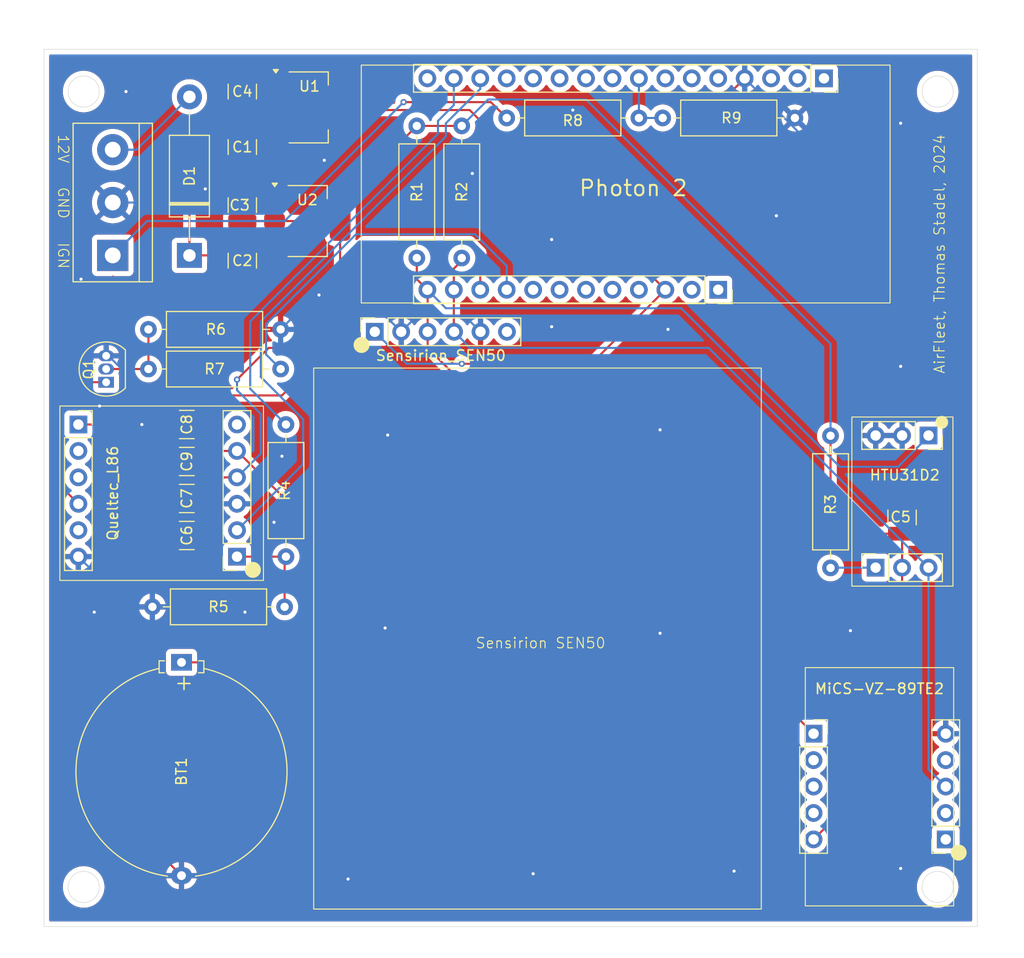
<source format=kicad_pcb>
(kicad_pcb (version 20240108) (generator "pcbnew") (generator_version "8.0")
  (title_block (comment 4 "AISLER Project ID: TTNDBYYK"))
  (layers (0 "F.Cu" signal) (31 "B.Cu" signal) (34 "B.Paste" user) (35 "F.Paste" user) (36 "B.SilkS" user "B.Silkscreen") (37 "F.SilkS" user "F.Silkscreen") (38 "B.Mask" user) (39 "F.Mask" user) (44 "Edge.Cuts" user))
  (net 0 "")
  (net 1 "Net-(D1-K)")
  (net 2 "GND")
  (net 3 "3V3")
  (net 4 "5V")
  (net 5 "Net-(D1-A)")
  (net 21 "VIN_REF")
  (net 26 "SCL")
  (net 27 "SDA")
  (net 28 "P2_RX")
  (net 29 "P2_TX")
  (net 36 "Net-(HTU31D1-Pin_1)")
  (net 38 "Net-(BT1-+)")
  (net 39 "L86_FON")
  (net 40 "L86_RESET")
  (net 41 "Net-(J5-Pin_4)")
  (net 45 "Net-(Q1-B)")
  (net 47 "Net-(Queltec_L86-Pin_1)")
  (net 48 "Net-(J1-Pin_1)")
  (footprint "TerminalBlock:TerminalBlock_bornier-3_P5.08mm" (layer "F.Cu") (at 40.894 69.088 90)
    (property "Reference" "J1" (hide yes))
    (property "Value" "Screw_Terminal_01x03" (hide yes))
    (pad "1" thru_hole rect (at 0 0 90) (size 3 3) (drill 1.52) (layers "*.Cu" "*.Mask") (net 48 "Net-(J1-Pin_1)"))
    (pad "2" thru_hole circle (at 5.08 0 90) (size 3 3) (drill 1.52) (layers "*.Cu" "*.Mask") (net 2 "GND"))
    (pad "3" thru_hole circle (at 10.16 0 90) (size 3 3) (drill 1.52) (layers "*.Cu" "*.Mask") (net 5 "Net-(D1-A)"))
  )
  (footprint "Resistor_THT:R_Axial_DIN0309_L9.0mm_D3.2mm_P12.70mm_Horizontal" (layer "F.Cu") (at 91.44 55.88 180)
    (property "Reference" "R8" (at 6.35 -0.254 0) (layer "F.SilkS"))
    (property "Value" "20K")
    (pad "1" thru_hole circle (at 0 0 180) (size 1.6 1.6) (drill 0.8) (layers "*.Cu" "*.Mask") (net 21 "VIN_REF"))
    (pad "2" thru_hole oval (at 12.7 0 180) (size 1.6 1.6) (drill 0.8) (layers "*.Cu" "*.Mask") (net 48 "Net-(J1-Pin_1)"))
  )
  (footprint "Capacitor_SMD:C_1210_3225Metric_Pad1.33x2.70mm_HandSolder" (layer "F.Cu") (at 48.006 88.9 180)
    (property "Reference" "C9" (at 0 0 90) (layer "F.SilkS"))
    (property "Value" "10uF")
    (pad "1" smd roundrect (at -1.5625 0 180) (size 1.325 2.7) (layers "F.Cu" "F.Paste" "F.Mask") (roundrect_rratio 0.188679) (net 38 "Net-(BT1-+)"))
    (pad "2" smd roundrect (at 1.5625 0 180) (size 1.325 2.7) (layers "F.Cu" "F.Paste" "F.Mask") (roundrect_rratio 0.188679) (net 2 "GND"))
  )
  (footprint "Capacitor_SMD:C_1210_3225Metric_Pad1.33x2.70mm_HandSolder" (layer "F.Cu") (at 53.34 69.596 -90)
    (property "Reference" "C2" (at 0 0 180) (layer "F.SilkS"))
    (property "Value" "10uF")
    (pad "1" smd roundrect (at -1.5625 0 270) (size 1.325 2.7) (layers "F.Cu" "F.Paste" "F.Mask") (roundrect_rratio 0.188679) (net 1 "Net-(D1-K)"))
    (pad "2" smd roundrect (at 1.5625 0 270) (size 1.325 2.7) (layers "F.Cu" "F.Paste" "F.Mask") (roundrect_rratio 0.188679) (net 2 "GND"))
  )
  (footprint "Connector_PinSocket_2.54mm:PinSocket_1x03_P2.54mm_Vertical" (layer "F.Cu") (at 114.184459 99.1 90)
    (property "Reference" "HTU31D1" (hide yes))
    (property "Value" "Conn_01x03_Socket")
    (pad "1" thru_hole rect (at 0 0 90) (size 1.7 1.7) (drill 1) (layers "*.Cu" "*.Mask") (net 36 "Net-(HTU31D1-Pin_1)"))
    (pad "2" thru_hole oval (at 0 2.54 90) (size 1.7 1.7) (drill 1) (layers "*.Cu" "*.Mask") (net 3 "3V3"))
    (pad "3" thru_hole oval (at 0 5.08 90) (size 1.7 1.7) (drill 1) (layers "*.Cu" "*.Mask") (net 26 "SCL"))
  )
  (footprint "Resistor_THT:R_Axial_DIN0309_L9.0mm_D3.2mm_P12.70mm_Horizontal" (layer "F.Cu") (at 106.426 55.88 180)
    (property "Reference" "R9" (at 6.096 0 0) (layer "F.SilkS"))
    (property "Value" "5K")
    (pad "1" thru_hole circle (at 0 0 180) (size 1.6 1.6) (drill 0.8) (layers "*.Cu" "*.Mask") (net 2 "GND"))
    (pad "2" thru_hole oval (at 12.7 0 180) (size 1.6 1.6) (drill 0.8) (layers "*.Cu" "*.Mask") (net 21 "VIN_REF"))
  )
  (footprint "Capacitor_SMD:C_1210_3225Metric_Pad1.33x2.70mm_HandSolder" (layer "F.Cu") (at 53.34 58.674 -90)
    (property "Reference" "C1" (at 0 0 180) (layer "F.SilkS"))
    (property "Value" "10uF")
    (pad "1" smd roundrect (at -1.5625 0 270) (size 1.325 2.7) (layers "F.Cu" "F.Paste" "F.Mask") (roundrect_rratio 0.188679) (net 1 "Net-(D1-K)"))
    (pad "2" smd roundrect (at 1.5625 0 270) (size 1.325 2.7) (layers "F.Cu" "F.Paste" "F.Mask") (roundrect_rratio 0.188679) (net 2 "GND"))
  )
  (footprint "Connector_PinSocket_2.54mm:PinSocket_1x05_P2.54mm_Vertical" (layer "F.Cu") (at 120.919 125.222 180)
    (property "Reference" "MiCS-VZ-89TE1" (hide yes))
    (property "Value" "Conn_01x05_Socket")
    (pad "1" thru_hole rect (at 0 0 180) (size 1.7 1.7) (drill 1) (layers "*.Cu" "*.Mask"))
    (pad "2" thru_hole oval (at 0 2.54 180) (size 1.7 1.7) (drill 1) (layers "*.Cu" "*.Mask"))
    (pad "3" thru_hole oval (at 0 5.08 180) (size 1.7 1.7) (drill 1) (layers "*.Cu" "*.Mask") (net 26 "SCL"))
    (pad "4" thru_hole oval (at 0 7.62 180) (size 1.7 1.7) (drill 1) (layers "*.Cu" "*.Mask"))
    (pad "5" thru_hole oval (at 0 10.16 180) (size 1.7 1.7) (drill 1) (layers "*.Cu" "*.Mask") (net 2 "GND"))
  )
  (footprint "Resistor_THT:R_Axial_DIN0309_L9.0mm_D3.2mm_P12.70mm_Horizontal" (layer "F.Cu") (at 57.404 102.87 180)
    (property "Reference" "R5" (at 6.35 0 0) (layer "F.SilkS"))
    (property "Value" "6K8")
    (pad "1" thru_hole circle (at 0 0 180) (size 1.6 1.6) (drill 0.8) (layers "*.Cu" "*.Mask") (net 47 "Net-(Queltec_L86-Pin_1)"))
    (pad "2" thru_hole oval (at 12.7 0 180) (size 1.6 1.6) (drill 0.8) (layers "*.Cu" "*.Mask") (net 2 "GND"))
  )
  (footprint "Diode_THT:D_DO-15_P15.24mm_Horizontal" (layer "F.Cu") (at 48.26 69.088 90)
    (property "Reference" "D1" (at 7.62 0 90) (layer "F.SilkS"))
    (property "Value" "1N4007")
    (pad "1" thru_hole rect (at 0 0 90) (size 2.4 2.4) (drill 1.2) (layers "*.Cu" "*.Mask") (net 1 "Net-(D1-K)"))
    (pad "2" thru_hole oval (at 15.24 0 90) (size 2.4 2.4) (drill 1.2) (layers "*.Cu" "*.Mask") (net 5 "Net-(D1-A)"))
  )
  (footprint "Connector_PinSocket_2.54mm:PinSocket_1x06_P2.54mm_Vertical" (layer "F.Cu") (at 37.592 85.344)
    (property "Reference" "J5" (hide yes))
    (property "Value" "Conn_01x06_Socket")
    (pad "1" thru_hole rect (at 0 0) (size 1.7 1.7) (drill 1) (layers "*.Cu" "*.Mask") (net 39 "L86_FON"))
    (pad "2" thru_hole oval (at 0 2.54) (size 1.7 1.7) (drill 1) (layers "*.Cu" "*.Mask"))
    (pad "3" thru_hole oval (at 0 5.08) (size 1.7 1.7) (drill 1) (layers "*.Cu" "*.Mask"))
    (pad "4" thru_hole oval (at 0 7.62) (size 1.7 1.7) (drill 1) (layers "*.Cu" "*.Mask") (net 41 "Net-(J5-Pin_4)"))
    (pad "5" thru_hole oval (at 0 10.16) (size 1.7 1.7) (drill 1) (layers "*.Cu" "*.Mask"))
    (pad "6" thru_hole oval (at 0 12.7) (size 1.7 1.7) (drill 1) (layers "*.Cu" "*.Mask") (net 2 "GND"))
  )
  (footprint "Capacitor_SMD:C_1210_3225Metric_Pad1.33x2.70mm_HandSolder" (layer "F.Cu") (at 48.006 96.012 180)
    (property "Reference" "C6" (at 0 0 90) (layer "F.SilkS"))
    (property "Value" "10uF")
    (pad "1" smd roundrect (at -1.5625 0 180) (size 1.325 2.7) (layers "F.Cu" "F.Paste" "F.Mask") (roundrect_rratio 0.188679) (net 3 "3V3"))
    (pad "2" smd roundrect (at 1.5625 0 180) (size 1.325 2.7) (layers "F.Cu" "F.Paste" "F.Mask") (roundrect_rratio 0.188679) (net 2 "GND"))
  )
  (footprint "Capacitor_SMD:C_1210_3225Metric_Pad1.33x2.70mm_HandSolder" (layer "F.Cu") (at 48.006 92.456 180)
    (property "Reference" "C7" (at 0 0 90) (layer "F.SilkS"))
    (property "Value" "100nF")
    (pad "1" smd roundrect (at -1.5625 0 180) (size 1.325 2.7) (layers "F.Cu" "F.Paste" "F.Mask") (roundrect_rratio 0.188679) (net 3 "3V3"))
    (pad "2" smd roundrect (at 1.5625 0 180) (size 1.325 2.7) (layers "F.Cu" "F.Paste" "F.Mask") (roundrect_rratio 0.188679) (net 2 "GND"))
  )
  (footprint "Connector_PinSocket_2.54mm:PinSocket_1x12_P2.54mm_Vertical" (layer "F.Cu") (at 99.06 72.39 -90)
    (property "Reference" "J2" (hide yes))
    (property "Value" "Conn_01x12_Socket")
    (pad "1" thru_hole rect (at 0 0 270) (size 1.7 1.7) (drill 1) (layers "*.Cu" "*.Mask"))
    (pad "2" thru_hole oval (at 0 2.54 270) (size 1.7 1.7) (drill 1) (layers "*.Cu" "*.Mask"))
    (pad "3" thru_hole oval (at 0 5.08 270) (size 1.7 1.7) (drill 1) (layers "*.Cu" "*.Mask") (net 4 "5V"))
    (pad "4" thru_hole oval (at 0 7.62 270) (size 1.7 1.7) (drill 1) (layers "*.Cu" "*.Mask"))
    (pad "5" thru_hole oval (at 0 10.16 270) (size 1.7 1.7) (drill 1) (layers "*.Cu" "*.Mask"))
    (pad "6" thru_hole oval (at 0 12.7 270) (size 1.7 1.7) (drill 1) (layers "*.Cu" "*.Mask"))
    (pad "7" thru_hole oval (at 0 15.24 270) (size 1.7 1.7) (drill 1) (layers "*.Cu" "*.Mask"))
    (pad "8" thru_hole oval (at 0 17.78 270) (size 1.7 1.7) (drill 1) (layers "*.Cu" "*.Mask"))
    (pad "9" thru_hole oval (at 0 20.32 270) (size 1.7 1.7) (drill 1) (layers "*.Cu" "*.Mask") (net 40 "L86_RESET"))
    (pad "10" thru_hole oval (at 0 22.86 270) (size 1.7 1.7) (drill 1) (layers "*.Cu" "*.Mask") (net 39 "L86_FON"))
    (pad "11" thru_hole oval (at 0 25.4 270) (size 1.7 1.7) (drill 1) (layers "*.Cu" "*.Mask") (net 26 "SCL"))
    (pad "12" thru_hole oval (at 0 27.94 270) (size 1.7 1.7) (drill 1) (layers "*.Cu" "*.Mask") (net 27 "SDA"))
  )
  (footprint "Connector_PinSocket_2.54mm:PinSocket_1x16_P2.54mm_Vertical" (layer "F.Cu") (at 109.22 52.07 -90)
    (property "Reference" "J3" (hide yes))
    (property "Value" "Conn_01x16_Socket")
    (pad "1" thru_hole rect (at 0 0 270) (size 1.7 1.7) (drill 1) (layers "*.Cu" "*.Mask"))
    (pad "2" thru_hole oval (at 0 2.54 270) (size 1.7 1.7) (drill 1) (layers "*.Cu" "*.Mask"))
    (pad "3" thru_hole oval (at 0 5.08 270) (size 1.7 1.7) (drill 1) (layers "*.Cu" "*.Mask"))
    (pad "4" thru_hole oval (at 0 7.62 270) (size 1.7 1.7) (drill 1) (layers "*.Cu" "*.Mask") (net 2 "GND"))
    (pad "5" thru_hole oval (at 0 10.16 270) (size 1.7 1.7) (drill 1) (layers "*.Cu" "*.Mask"))
    (pad "6" thru_hole oval (at 0 12.7 270) (size 1.7 1.7) (drill 1) (layers "*.Cu" "*.Mask"))
    (pad "7" thru_hole oval (at 0 15.24 270) (size 1.7 1.7) (drill 1) (layers "*.Cu" "*.Mask"))
    (pad "8" thru_hole oval (at 0 17.78 270) (size 1.7 1.7) (drill 1) (layers "*.Cu" "*.Mask") (net 21 "VIN_REF"))
    (pad "9" thru_hole oval (at 0 20.32 270) (size 1.7 1.7) (drill 1) (layers "*.Cu" "*.Mask"))
    (pad "10" thru_hole oval (at 0 22.86 270) (size 1.7 1.7) (drill 1) (layers "*.Cu" "*.Mask"))
    (pad "11" thru_hole oval (at 0 25.4 270) (size 1.7 1.7) (drill 1) (layers "*.Cu" "*.Mask"))
    (pad "12" thru_hole oval (at 0 27.94 270) (size 1.7 1.7) (drill 1) (layers "*.Cu" "*.Mask"))
    (pad "13" thru_hole oval (at 0 30.48 270) (size 1.7 1.7) (drill 1) (layers "*.Cu" "*.Mask"))
    (pad "14" thru_hole oval (at 0 33.02 270) (size 1.7 1.7) (drill 1) (layers "*.Cu" "*.Mask") (net 28 "P2_RX"))
    (pad "15" thru_hole oval (at 0 35.56 270) (size 1.7 1.7) (drill 1) (layers "*.Cu" "*.Mask") (net 29 "P2_TX"))
    (pad "16" thru_hole oval (at 0 38.1 270) (size 1.7 1.7) (drill 1) (layers "*.Cu" "*.Mask"))
  )
  (footprint "Capacitor_SMD:C_1210_3225Metric_Pad1.33x2.70mm_HandSolder" (layer "F.Cu") (at 116.724459 94.274 90)
    (property "Reference" "C5" (at 0.04 -0.138459 180) (layer "F.SilkS"))
    (property "Value" "100nF")
    (pad "1" smd roundrect (at -1.5625 0 90) (size 1.325 2.7) (layers "F.Cu" "F.Paste" "F.Mask") (roundrect_rratio 0.188679) (net 3 "3V3"))
    (pad "2" smd roundrect (at 1.5625 0 90) (size 1.325 2.7) (layers "F.Cu" "F.Paste" "F.Mask") (roundrect_rratio 0.188679) (net 2 "GND"))
  )
  (footprint "Connector_PinSocket_2.54mm:PinSocket_1x06_P2.54mm_Vertical" (layer "F.Cu") (at 52.832 98.044 180)
    (property "Reference" "Queltec_L86" (at 11.938 6.096 90) (layer "F.SilkS"))
    (property "Value" "Queltec_L86")
    (pad "1" thru_hole rect (at 0 0 180) (size 1.7 1.7) (drill 1) (layers "*.Cu" "*.Mask") (net 47 "Net-(Queltec_L86-Pin_1)"))
    (pad "2" thru_hole oval (at 0 2.54 180) (size 1.7 1.7) (drill 1) (layers "*.Cu" "*.Mask") (net 28 "P2_RX"))
    (pad "3" thru_hole oval (at 0 5.08 180) (size 1.7 1.7) (drill 1) (layers "*.Cu" "*.Mask") (net 2 "GND"))
    (pad "4" thru_hole oval (at 0 7.62 180) (size 1.7 1.7) (drill 1) (layers "*.Cu" "*.Mask") (net 3 "3V3"))
    (pad "5" thru_hole oval (at 0 10.16 180) (size 1.7 1.7) (drill 1) (layers "*.Cu" "*.Mask") (net 38 "Net-(BT1-+)"))
    (pad "6" thru_hole oval (at 0 12.7 180) (size 1.7 1.7) (drill 1) (layers "*.Cu" "*.Mask"))
  )
  (footprint "Resistor_THT:R_Axial_DIN0309_L9.0mm_D3.2mm_P12.70mm_Horizontal" (layer "F.Cu") (at 70.104 69.342 90)
    (property "Reference" "R1" (at 6.35 0 90) (layer "F.SilkS"))
    (property "Value" "10K")
    (pad "1" thru_hole circle (at 0 0 90) (size 1.6 1.6) (drill 0.8) (layers "*.Cu" "*.Mask") (net 27 "SDA"))
    (pad "2" thru_hole oval (at 12.7 0 90) (size 1.6 1.6) (drill 0.8) (layers "*.Cu" "*.Mask") (net 3 "3V3"))
  )
  (footprint "Battery:Battery_Panasonic_CR2032-HFN_Horizontal_CircularHoles" (layer "F.Cu") (at 47.498 108.204 -90)
    (property "Reference" "BT1" (at 10.499758 0.002544 90) (layer "F.SilkS"))
    (property "Value" "RTC_BAT")
    (fp_text user "+" (at 2.032 -0.127 90) (layer "F.SilkS") (effects (font (size 1.5 1.5))))
    (pad "1" thru_hole rect (at 0 0 270) (size 1.6 2) (drill 0.85) (layers "*.Cu" "*.Mask") (net 38 "Net-(BT1-+)"))
    (pad "2" thru_hole oval (at 20.5 0 270) (size 1.6 2) (drill 0.85) (layers "*.Cu" "*.Mask") (net 2 "GND"))
  )
  (footprint "Resistor_THT:R_Axial_DIN0309_L9.0mm_D3.2mm_P12.70mm_Horizontal" (layer "F.Cu") (at 57.531 98.044 90)
    (property "Reference" "R4" (at 6.35 -0.127 90) (layer "F.SilkS"))
    (property "Value" "1K")
    (pad "1" thru_hole circle (at 0 0 90) (size 1.6 1.6) (drill 0.8) (layers "*.Cu" "*.Mask") (net 47 "Net-(Queltec_L86-Pin_1)"))
    (pad "2" thru_hole oval (at 12.7 0 90) (size 1.6 1.6) (drill 0.8) (layers "*.Cu" "*.Mask") (net 29 "P2_TX"))
  )
  (footprint "Resistor_THT:R_Axial_DIN0309_L9.0mm_D3.2mm_P12.70mm_Horizontal" (layer "F.Cu") (at 44.323 80.01)
    (property "Reference" "R7" (at 6.35 0 0) (layer "F.SilkS"))
    (property "Value" "4K7")
    (pad "1" thru_hole circle (at 0 0) (size 1.6 1.6) (drill 0.8) (layers "*.Cu" "*.Mask") (net 45 "Net-(Q1-B)"))
    (pad "2" thru_hole oval (at 12.7 0) (size 1.6 1.6) (drill 0.8) (layers "*.Cu" "*.Mask") (net 40 "L86_RESET"))
  )
  (footprint "Resistor_THT:R_Axial_DIN0309_L9.0mm_D3.2mm_P12.70mm_Horizontal" (layer "F.Cu") (at 74.422 69.342 90)
    (property "Reference" "R2" (at 6.35 0 90) (layer "F.SilkS"))
    (property "Value" "10K")
    (pad "1" thru_hole circle (at 0 0 90) (size 1.6 1.6) (drill 0.8) (layers "*.Cu" "*.Mask") (net 26 "SCL"))
    (pad "2" thru_hole oval (at 12.7 0 90) (size 1.6 1.6) (drill 0.8) (layers "*.Cu" "*.Mask") (net 3 "3V3"))
  )
  (footprint "Package_TO_SOT_SMD:SOT-223-3_TabPin2" (layer "F.Cu") (at 59.588 65.786)
    (property "Reference" "U2" (at 0 -2.032 0) (layer "F.SilkS"))
    (property "Value" "NCP1117-3.3_SOT223")
    (pad "1" smd roundrect (at -3.15 -2.3) (size 2 1.5) (layers "F.Cu" "F.Paste" "F.Mask") (net 2 "GND"))
    (pad "2" smd roundrect (at -3.15 0) (size 2 1.5) (layers "F.Cu" "F.Paste" "F.Mask") (net 3 "3V3"))
    (pad "2" smd roundrect (at 3.15 0) (size 2 3.8) (layers "F.Cu" "F.Paste" "F.Mask") (net 3 "3V3"))
    (pad "3" smd roundrect (at -3.15 2.3) (size 2 1.5) (layers "F.Cu" "F.Paste" "F.Mask") (net 1 "Net-(D1-K)"))
  )
  (footprint "Package_TO_SOT_SMD:SOT-223-3_TabPin2" (layer "F.Cu") (at 59.69 54.864)
    (property "Reference" "U1" (at 0.102 -2.032 0) (layer "F.SilkS"))
    (property "Value" "NCP1117-5.0_SOT223")
    (pad "1" smd roundrect (at -3.15 -2.3) (size 2 1.5) (layers "F.Cu" "F.Paste" "F.Mask") (net 2 "GND"))
    (pad "2" smd roundrect (at -3.15 0) (size 2 1.5) (layers "F.Cu" "F.Paste" "F.Mask") (net 4 "5V"))
    (pad "2" smd roundrect (at 3.15 0) (size 2 3.8) (layers "F.Cu" "F.Paste" "F.Mask") (net 4 "5V"))
    (pad "3" smd roundrect (at -3.15 2.3) (size 2 1.5) (layers "F.Cu" "F.Paste" "F.Mask") (net 1 "Net-(D1-K)"))
  )
  (footprint "Connector_PinSocket_2.54mm:PinSocket_1x03_P2.54mm_Vertical" (layer "F.Cu") (at 119.264459 86.4 -90)
    (property "Reference" "HTU31D2" (at 3.81 2.286 0) (layer "F.SilkS"))
    (property "Value" "Conn_01x03_Socket")
    (pad "1" thru_hole rect (at 0 0 270) (size 1.7 1.7) (drill 1) (layers "*.Cu" "*.Mask") (net 27 "SDA"))
    (pad "2" thru_hole oval (at 0 2.54 270) (size 1.7 1.7) (drill 1) (layers "*.Cu" "*.Mask") (net 2 "GND"))
    (pad "3" thru_hole oval (at 0 5.08 270) (size 1.7 1.7) (drill 1) (layers "*.Cu" "*.Mask") (net 2 "GND"))
  )
  (footprint "Capacitor_SMD:C_1210_3225Metric_Pad1.33x2.70mm_HandSolder" (layer "F.Cu") (at 53.34 53.34 90)
    (property "Reference" "C4" (at 0 0 180) (layer "F.SilkS"))
    (property "Value" "10uF")
    (pad "1" smd roundrect (at -1.5625 0 90) (size 1.325 2.7) (layers "F.Cu" "F.Paste" "F.Mask") (roundrect_rratio 0.188679) (net 4 "5V"))
    (pad "2" smd roundrect (at 1.5625 0 90) (size 1.325 2.7) (layers "F.Cu" "F.Paste" "F.Mask") (roundrect_rratio 0.188679) (net 2 "GND"))
  )
  (footprint "Resistor_THT:R_Axial_DIN0309_L9.0mm_D3.2mm_P12.70mm_Horizontal" (layer "F.Cu") (at 109.851459 99.125 90)
    (property "Reference" "R3" (at 6.096 0 90) (layer "F.SilkS"))
    (property "Value" "10K")
    (pad "1" thru_hole circle (at 0 0 90) (size 1.6 1.6) (drill 0.8) (layers "*.Cu" "*.Mask") (net 36 "Net-(HTU31D1-Pin_1)"))
    (pad "2" thru_hole oval (at 12.7 0 90) (size 1.6 1.6) (drill 0.8) (layers "*.Cu" "*.Mask") (net 3 "3V3"))
  )
  (footprint "Connector_PinSocket_2.54mm:PinSocket_1x05_P2.54mm_Vertical" (layer "F.Cu") (at 108.219 115.062)
    (property "Reference" "MiCS-VZ-89TE2" (at 6.335 -4.318 0) (layer "F.SilkS"))
    (property "Value" "Conn_01x05_Socket")
    (pad "1" thru_hole rect (at 0 0) (size 1.7 1.7) (drill 1) (layers "*.Cu" "*.Mask") (net 27 "SDA"))
    (pad "2" thru_hole oval (at 0 2.54) (size 1.7 1.7) (drill 1) (layers "*.Cu" "*.Mask"))
    (pad "3" thru_hole oval (at 0 5.08) (size 1.7 1.7) (drill 1) (layers "*.Cu" "*.Mask"))
    (pad "4" thru_hole oval (at 0 7.62) (size 1.7 1.7) (drill 1) (layers "*.Cu" "*.Mask"))
    (pad "5" thru_hole oval (at 0 10.16) (size 1.7 1.7) (drill 1) (layers "*.Cu" "*.Mask") (net 3 "3V3"))
  )
  (footprint "Package_TO_SOT_THT:TO-92_Inline" (layer "F.Cu") (at 40.259 81.28 90)
    (property "Reference" "Q1" (at 1.27 -1.651 90) (layer "F.SilkS"))
    (property "Value" "BC547")
    (pad "1" thru_hole rect (at 0 0 90) (size 1.05 1.5) (drill 0.75) (layers "*.Cu" "*.Mask") (net 41 "Net-(J5-Pin_4)"))
    (pad "2" thru_hole oval (at 1.27 0 90) (size 1.05 1.5) (drill 0.75) (layers "*.Cu" "*.Mask") (net 45 "Net-(Q1-B)"))
    (pad "3" thru_hole oval (at 2.54 0 90) (size 1.05 1.5) (drill 0.75) (layers "*.Cu" "*.Mask") (net 2 "GND"))
  )
  (footprint "Resistor_THT:R_Axial_DIN0309_L9.0mm_D3.2mm_P12.70mm_Horizontal" (layer "F.Cu") (at 44.323 76.2)
    (property "Reference" "R6" (at 6.477 0 0) (layer "F.SilkS"))
    (property "Value" "47K")
    (pad "1" thru_hole circle (at 0 0) (size 1.6 1.6) (drill 0.8) (layers "*.Cu" "*.Mask") (net 45 "Net-(Q1-B)"))
    (pad "2" thru_hole oval (at 12.7 0) (size 1.6 1.6) (drill 0.8) (layers "*.Cu" "*.Mask") (net 2 "GND"))
  )
  (footprint "Connector_PinSocket_2.54mm:PinSocket_1x06_P2.54mm_Vertical" (layer "F.Cu") (at 66.065 76.429 90)
    (property "Reference" "Sensirion_SEN50" (at -2.286 6.35 0) (layer "F.SilkS"))
    (property "Value" "Sensirion_SEN50")
    (pad "1" thru_hole rect (at 0 0 90) (size 1.7 1.7) (drill 1) (layers "*.Cu" "*.Mask") (net 4 "5V"))
    (pad "2" thru_hole oval (at 0 2.54 90) (size 1.7 1.7) (drill 1) (layers "*.Cu" "*.Mask") (net 2 "GND"))
    (pad "3" thru_hole oval (at 0 5.08 90) (size 1.7 1.7) (drill 1) (layers "*.Cu" "*.Mask") (net 27 "SDA"))
    (pad "4" thru_hole oval (at 0 7.62 90) (size 1.7 1.7) (drill 1) (layers "*.Cu" "*.Mask") (net 26 "SCL"))
    (pad "5" thru_hole oval (at 0 10.16 90) (size 1.7 1.7) (drill 1) (layers "*.Cu" "*.Mask") (net 2 "GND"))
    (pad "6" thru_hole oval (at 0 12.7 90) (size 1.7 1.7) (drill 1) (layers "*.Cu" "*.Mask"))
  )
  (footprint "Capacitor_SMD:C_1210_3225Metric_Pad1.33x2.70mm_HandSolder" (layer "F.Cu") (at 53.34 64.262 90)
    (property "Reference" "C3" (at 0 -0.254 180) (layer "F.SilkS"))
    (property "Value" "10uF")
    (pad "1" smd roundrect (at -1.5625 0 90) (size 1.325 2.7) (layers "F.Cu" "F.Paste" "F.Mask") (roundrect_rratio 0.188679) (net 3 "3V3"))
    (pad "2" smd roundrect (at 1.5625 0 90) (size 1.325 2.7) (layers "F.Cu" "F.Paste" "F.Mask") (roundrect_rratio 0.188679) (net 2 "GND"))
  )
  (footprint "Capacitor_SMD:C_1210_3225Metric_Pad1.33x2.70mm_HandSolder" (layer "F.Cu") (at 48.006 85.344 180)
    (property "Reference" "C8" (at 0 0 90) (layer "F.SilkS"))
    (property "Value" "100nF")
    (pad "1" smd roundrect (at -1.5625 0 180) (size 1.325 2.7) (layers "F.Cu" "F.Paste" "F.Mask") (roundrect_rratio 0.188679) (net 38 "Net-(BT1-+)"))
    (pad "2" smd roundrect (at 1.5625 0 180) (size 1.325 2.7) (layers "F.Cu" "F.Paste" "F.Mask") (roundrect_rratio 0.188679) (net 2 "GND"))
  )
  (gr_rect (start 111.898459 84.622) (end 121.61042 100.878) (stroke (width 0.1)) (fill none) (layer "F.SilkS"))
  (gr_rect (start 35.814 83.566) (end 55.372 100.33) (stroke (width 0.1)) (fill none) (layer "F.SilkS"))
  (gr_rect (start 107.427 108.712) (end 121.681 131.612) (stroke (width 0.1)) (fill none) (layer "F.SilkS"))
  (gr_circle (center 54.356 99.314) (end 55.07442 99.314) (stroke (width 0.1)) (fill solid) (layer "F.SilkS"))
  (gr_circle (center 120.534459 85.13) (end 120.534459 84.562039) (stroke (width 0.1)) (fill solid) (layer "F.SilkS"))
  (gr_rect (start 60.198 79.918) (end 103.198 131.918) (stroke (width 0.1)) (fill none) (layer "F.SilkS"))
  (gr_circle (center 64.795 77.699) (end 64.795 76.98058) (stroke (width 0.1)) (fill solid) (layer "F.SilkS"))
  (gr_circle (center 122.159 126.492) (end 121.44058 126.492) (stroke (width 0.1)) (fill solid) (layer "F.SilkS"))
  (gr_rect (start 64.77 50.8) (end 115.57 73.66) (stroke (width 0.1)) (fill none) (layer "F.SilkS"))
  (gr_circle (center 120.142 129.794) (end 121.642 129.794) (stroke (width 0.05)) (fill none) (layer "Edge.Cuts"))
  (gr_rect (start 34.29 49.276) (end 123.952 133.604) (stroke (width 0.05)) (fill none) (layer "Edge.Cuts"))
  (gr_circle (center 120.142 53.34) (end 121.642 53.34) (stroke (width 0.05)) (fill none) (layer "Edge.Cuts"))
  (gr_circle (center 38.1 129.794) (end 39.6 129.794) (stroke (width 0.05)) (fill none) (layer "Edge.Cuts"))
  (gr_circle (center 38.1 53.34) (end 39.6 53.34) (stroke (width 0.05)) (fill none) (layer "Edge.Cuts"))
  (gr_text "Photon 2" (at 85.598 63.5 0) (layer "F.SilkS") (effects (font (size 1.5 1.5) (thickness 0.1875)) (justify left bottom)))
  (gr_text "Sensirion SEN50" (at 75.692 106.934 0) (layer "F.SilkS") (effects (font (size 1 1) (thickness 0.1)) (justify left bottom)))
  (gr_text "12V   GND   IGN" (at 35.56 57.404 270) (layer "F.SilkS") (effects (font (size 1 1) (thickness 0.1)) (justify left bottom)))
  (gr_text "AirFleet, Thomas Stadel, 2024" (at 120.904 80.518 90) (layer "F.SilkS") (effects (font (size 1 1) (thickness 0.1)) (justify left bottom)))
  (segment (start 53.3925 68.086) (end 53.34 68.0335) (width 0.2) (layer "F.Cu") (net 1))
  (segment (start 51.816 69.088) (end 48.26 69.088) (width 0.2) (layer "F.Cu") (net 1))
  (segment (start 53.34 68.0335) (end 52.8705 68.0335) (width 0.2) (layer "F.Cu") (net 1))
  (segment (start 56.54 57.164) (end 53.3925 57.164) (width 0.2) (layer "F.Cu") (net 1))
  (segment (start 53.34 57.1115) (end 48.26 62.1915) (width 0.2) (layer "F.Cu") (net 1))
  (segment (start 52.8705 68.0335) (end 51.816 69.088) (width 0.2) (layer "F.Cu") (net 1))
  (segment (start 48.26 62.1915) (end 48.26 69.088) (width 0.2) (layer "F.Cu") (net 1))
  (segment (start 53.3925 57.164) (end 53.34 57.1115) (width 0.2) (layer "F.Cu") (net 1))
  (segment (start 56.438 68.086) (end 53.3925 68.086) (width 0.2) (layer "F.Cu") (net 1))
  (segment (start 44.704 97.7515) (end 46.4435 96.012) (width 0.2) (layer "F.Cu") (net 2))
  (segment (start 116.724459 86.4) (end 116.724459 92.7115) (width 0.2) (layer "F.Cu") (net 2))
  (segment (start 56.54 52.564) (end 60.212 52.564) (width 0.2) (layer "F.Cu") (net 2))
  (segment (start 46.4435 92.456) (end 46.4435 88.9) (width 0.2) (layer "F.Cu") (net 2))
  (segment (start 46.4435 88.9) (end 46.4435 85.344) (width 0.2) (layer "F.Cu") (net 2))
  (segment (start 101.6 52.07) (end 100.076 53.594) (width 0.2) (layer "F.Cu") (net 2))
  (segment (start 56.438 63.486) (end 54.1265 63.486) (width 0.2) (layer "F.Cu") (net 2))
  (segment (start 54.1265 63.486) (end 53.34 62.6995) (width 0.2) (layer "F.Cu") (net 2))
  (segment (start 53.34 51.7775) (end 41.1095 64.008) (width 0.2) (layer "F.Cu") (net 2))
  (segment (start 68.58 52.07) (end 70.104 53.594) (width 0.2) (layer "F.Cu") (net 2))
  (segment (start 40.9325 71.1585) (end 40.894 71.12) (width 0.2) (layer "F.Cu") (net 2))
  (segment (start 53.34 71.1585) (end 57.023 74.8415) (width 0.2) (layer "F.Cu") (net 2))
  (segment (start 41.1095 64.008) (end 40.894 64.008) (width 0.2) (layer "F.Cu") (net 2))
  (segment (start 46.4435 85.344) (end 43.688 85.344) (width 0.2) (layer "F.Cu") (net 2))
  (segment (start 53.34 62.6995) (end 49.784 62.6995) (width 0.2) (layer "F.Cu") (net 2))
  (segment (start 60.706 52.07) (end 68.58 52.07) (width 0.2) (layer "F.Cu") (net 2))
  (segment (start 120.919 115.062) (end 120.919 96.906041) (width 0.2) (layer "F.Cu") (net 2))
  (segment (start 46.4435 96.012) (end 46.4435 92.456) (width 0.2) (layer "F.Cu") (net 2))
  (segment (start 56.54 52.564) (end 54.1265 52.564) (width 0.2) (layer "F.Cu") (net 2))
  (segment (start 53.34 60.2365) (end 53.34 62.6995) (width 0.2) (layer "F.Cu") (net 2))
  (segment (start 56.8185 52.2855) (end 56.54 52.564) (width 0.2) (layer "F.Cu") (net 2))
  (segment (start 49.784 62.6995) (end 49.5685 62.6995) (width 0.2) (layer "F.Cu") (net 2))
  (segment (start 54.1265 52.564) (end 53.34 51.7775) (width 0.2) (layer "F.Cu") (net 2))
  (segment (start 44.704 102.87) (end 44.704 125.91) (width 0.2) (layer "F.Cu") (net 2))
  (segment (start 120.919 96.906041) (end 116.724459 92.7115) (width 0.2) (layer "F.Cu") (net 2))
  (segment (start 60.212 52.564) (end 60.706 52.07) (width 0.2) (layer "F.Cu") (net 2))
  (segment (start 44.704 102.87) (end 44.704 97.7515) (width 0.2) (layer "F.Cu") (net 2))
  (segment (start 70.104 53.594) (end 100.076 53.594) (width 0.2) (layer "F.Cu") (net 2))
  (segment (start 44.704 125.91) (end 47.498 128.704) (width 0.2) (layer "F.Cu") (net 2))
  (segment (start 57.023 74.8415) (end 57.023 76.2) (width 0.2) (layer "F.Cu") (net 2))
  (via (at 111.76 105.156) (size 0.6) (drill 0.3) (layers "F.Cu" "B.Cu") (net 2))
  (via (at 42.164 53.34) (size 0.6) (drill 0.3) (layers "F.Cu" "B.Cu") (net 2))
  (via (at 39.624 83.566) (size 0.6) (drill 0.3) (layers "F.Cu" "B.Cu") (net 2))
  (via (at 83.058 67.564) (size 0.6) (drill 0.3) (layers "F.Cu" "B.Cu") (net 2))
  (via (at 53.594 103.378) (size 0.6) (drill 0.3) (layers "F.Cu" "B.Cu") (net 2))
  (via (at 94.234 76.2) (size 0.6) (drill 0.3) (layers "F.Cu" "B.Cu") (net 2))
  (via (at 37.846 71.374) (size 0.6) (drill 0.3) (layers "F.Cu" "B.Cu") (net 2))
  (via (at 75.438 61.214) (size 0.6) (drill 0.3) (layers "F.Cu" "B.Cu") (net 2))
  (via (at 39.116 103.378) (size 0.6) (drill 0.3) (layers "F.Cu" "B.Cu") (net 2))
  (via (at 56.388 94.742) (size 0.6) (drill 0.3) (layers "F.Cu" "B.Cu") (net 2))
  (via (at 43.688 85.344) (size 0.6) (drill 0.3) (layers "F.Cu" "B.Cu") (net 2))
  (via (at 100.584 128.27) (size 0.6) (drill 0.3) (layers "F.Cu" "B.Cu") (net 2))
  (via (at 57.15 88.392) (size 0.6) (drill 0.3) (layers "F.Cu" "B.Cu") (net 2))
  (via (at 93.472 105.41) (size 0.6) (drill 0.3) (layers "F.Cu" "B.Cu") (net 2))
  (via (at 116.586 56.388) (size 0.6) (drill 0.3) (layers "F.Cu" "B.Cu") (net 2))
  (via (at 85.09 55.118) (size 0.6) (drill 0.3) (layers "F.Cu" "B.Cu") (net 2))
  (via (at 81.28 128.524) (size 0.6) (drill 0.3) (layers "F.Cu" "B.Cu") (net 2))
  (via (at 61.214 59.944) (size 0.6) (drill 0.3) (layers "F.Cu" "B.Cu") (net 2))
  (via (at 116.586 128.016) (size 0.6) (drill 0.3) (layers "F.Cu" "B.Cu") (net 2))
  (via (at 104.648 65.278) (size 0.6) (drill 0.3) (layers "F.Cu" "B.Cu") (net 2))
  (via (at 83.058 75.946) (size 0.6) (drill 0.3) (layers "F.Cu" "B.Cu") (net 2))
  (via (at 63.5 129.032) (size 0.6) (drill 0.3) (layers "F.Cu" "B.Cu") (net 2))
  (via (at 49.784 62.6995) (size 0.6) (drill 0.3) (layers "F.Cu" "B.Cu") (net 2))
  (via (at 60.706 72.898) (size 0.6) (drill 0.3) (layers "F.Cu" "B.Cu") (net 2))
  (via (at 93.472 85.852) (size 0.6) (drill 0.3) (layers "F.Cu" "B.Cu") (net 2))
  (via (at 116.586 79.756) (size 0.6) (drill 0.3) (layers "F.Cu" "B.Cu") (net 2))
  (via (at 67.31 86.36) (size 0.6) (drill 0.3) (layers "F.Cu" "B.Cu") (net 2))
  (via (at 67.056 104.902) (size 0.6) (drill 0.3) (layers "F.Cu" "B.Cu") (net 2))
  (segment (start 49.784 62.6995) (end 48.4755 64.008) (width 0.2) (layer "B.Cu") (net 2))
  (segment (start 68.605 76.429) (end 67.106 74.93) (width 0.2) (layer "B.Cu") (net 2))
  (segment (start 40.484 78.74) (end 40.259 78.74) (width 0.2) (layer "B.Cu") (net 2))
  (segment (start 114.184459 64.654459) (end 106.045 56.515) (width 0.2) (layer "B.Cu") (net 2))
  (segment (start 106.045 56.261) (end 106.045 56.515) (width 0.2) (layer "B.Cu") (net 2))
  (segment (start 114.184459 86.4) (end 114.184459 64.654459) (width 0.2) (layer "B.Cu") (net 2))
  (segment (start 57.912 75.311) (end 57.023 76.2) (width 0.2) (layer "B.Cu") (net 2))
  (segment (start 43.688 85.344) (end 43.688 81.944) (width 0.2) (layer "B.Cu") (net 2))
  (segment (start 48.4755 64.008) (end 40.894 64.008) (width 0.2) (layer "B.Cu") (net 2))
  (segment (start 74.726 74.93) (end 70.104 74.93) (width 0.2) (layer "B.Cu") (net 2))
  (segment (start 116.724459 86.4) (end 114.184459 86.4) (width 0.2) (layer "B.Cu") (net 2))
  (segment (start 44.704 102.87) (end 42.418 102.87) (width 0.2) (layer "B.Cu") (net 2))
  (segment (start 106.045 56.515) (end 101.6 52.07) (width 0.2) (layer "B.Cu") (net 2))
  (segment (start 42.418 102.87) (end 37.592 98.044) (width 0.2) (layer "B.Cu") (net 2))
  (segment (start 51.308 92.964) (end 43.688 85.344) (width 0.2) (layer "B.Cu") (net 2))
  (segment (start 106.426 55.88) (end 106.045 56.261) (width 0.2) (layer "B.Cu") (net 2))
  (segment (start 67.106 74.93) (end 58.166 74.93) (width 0.2) (layer "B.Cu") (net 2))
  (segment (start 57.912 75.184) (end 57.912 75.311) (width 0.2) (layer "B.Cu") (net 2))
  (segment (start 43.688 81.944) (end 40.484 78.74) (width 0.2) (layer "B.Cu") (net 2))
  (segment (start 58.166 74.93) (end 57.912 75.184) (width 0.2) (layer "B.Cu") (net 2))
  (segment (start 37.293 98.343) (end 37.592 98.044) (width 0.2) (layer "B.Cu") (net 2))
  (segment (start 76.225 76.429) (end 74.726 74.93) (width 0.2) (layer "B.Cu") (net 2))
  (segment (start 52.832 92.964) (end 51.308 92.964) (width 0.2) (layer "B.Cu") (net 2))
  (segment (start 70.104 74.93) (end 68.605 76.429) (width 0.2) (layer "B.Cu") (net 2))
  (segment (start 62.738 72.644) (end 57.404 77.978) (width 0.2) (layer "F.Cu") (net 3))
  (segment (start 51.562 90.4625) (end 49.5685 92.456) (width 0.2) (layer "F.Cu") (net 3))
  (segment (start 70.104 56.642) (end 62.738 64.008) (width 0.2) (layer "F.Cu") (net 3))
  (segment (start 116.724459 116.701541) (end 116.724459 99.1) (width 0.2) (layer "F.Cu") (net 3))
  (segment (start 116.586 116.855) (end 116.586 116.84) (width 0.2) (layer "F.Cu") (net 3))
  (segment (start 53.3785 65.786) (end 53.34 65.8245) (width 0.2) (layer "F.Cu") (net 3))
  (segment (start 62.738 64.008) (end 62.738 65.786) (width 0.2) (layer "F.Cu") (net 3))
  (segment (start 116.586 116.84) (end 116.724459 116.701541) (width 0.2) (layer "F.Cu") (net 3))
  (segment (start 51.562 90.424) (end 51.562 90.4625) (width 0.2) (layer "F.Cu") (net 3))
  (segment (start 114.3 95.758) (end 109.851459 91.309459) (width 0.2) (layer "F.Cu") (net 3))
  (segment (start 116.724459 95.8365) (end 116.724459 99.1) (width 0.2) (layer "F.Cu") (net 3))
  (segment (start 114.8865 95.8365) (end 114.808 95.758) (width 0.2) (layer "F.Cu") (net 3))
  (segment (start 116.724459 95.8365) (end 114.8865 95.8365) (width 0.2) (layer "F.Cu") (net 3))
  (segment (start 55.88 77.978) (end 52.832 81.026) (width 0.2) (layer "F.Cu") (net 3))
  (segment (start 57.404 77.978) (end 55.88 77.978) (width 0.2) (layer "F.Cu") (net 3))
  (segment (start 62.738 65.786) (end 56.438 65.786) (width 0.2) (layer "F.Cu") (net 3))
  (segment (start 56.438 65.786) (end 53.3785 65.786) (width 0.2) (layer "F.Cu") (net 3))
  (segment (start 74.422 56.642) (end 70.104 56.642) (width 0.2) (layer "F.Cu") (net 3))
  (segment (start 62.738 65.786) (end 62.738 72.644) (width 0.2) (layer "F.Cu") (net 3))
  (segment (start 109.851459 91.309459) (end 109.851459 86.425) (width 0.2) (layer "F.Cu") (net 3))
  (segment (start 108.219 125.222) (end 116.586 116.855) (width 0.2) (layer "F.Cu") (net 3))
  (segment (start 114.808 95.758) (end 114.3 95.758) (width 0.2) (layer "F.Cu") (net 3))
  (segment (start 52.832 90.424) (end 51.562 90.424) (width 0.2) (layer "F.Cu") (net 3))
  (segment (start 49.5685 96.012) (end 49.5685 92.456) (width 0.2) (layer "F.Cu") (net 3))
  (via (at 52.832 81.026) (size 0.6) (drill 0.3) (layers "F.Cu" "B.Cu") (net 3))
  (segment (start 55.118 84.328) (end 52.832 82.042) (width 0.2) (layer "B.Cu") (net 3))
  (segment (start 109.851459 77.593459) (end 109.851459 86.425) (width 0.2) (layer "B.Cu") (net 3))
  (segment (start 74.422 56.642) (end 76.962 54.102) (width 0.2) (layer "B.Cu") (net 3))
  (segment (start 55.118 88.138) (end 55.118 84.328) (width 0.2) (layer "B.Cu") (net 3))
  (segment (start 52.832 82.042) (end 52.832 81.026) (width 0.2) (layer "B.Cu") (net 3))
  (segment (start 52.832 90.424) (end 55.118 88.138) (width 0.2) (layer "B.Cu") (net 3))
  (segment (start 86.36 54.102) (end 109.851459 77.593459) (width 0.2) (layer "B.Cu") (net 3))
  (segment (start 76.962 54.102) (end 86.36 54.102) (width 0.2) (layer "B.Cu") (net 3))
  (segment (start 53.34 54.9025) (end 56.5015 54.9025) (width 0.2) (layer "F.Cu") (net 4))
  (segment (start 63.094 55.118) (end 62.84 54.864) (width 0.2) (layer "F.Cu") (net 4))
  (segment (start 93.98 72.39) (end 86.868 79.502) (width 0.2) (layer "F.Cu") (net 4))
  (segment (start 63.3865 55.4105) (end 62.84 54.864) (width 0.2) (layer "F.Cu") (net 4))
  (segment (start 93.98 72.39) (end 78.994 57.404) (width 0.2) (layer "F.Cu") (net 4))
  (segment (start 63.348 55.372) (end 62.84 54.864) (width 0.2) (layer "F.Cu") (net 4))
  (segment (start 77.47 57.404) (end 75.184 55.118) (width 0.2) (layer "F.Cu") (net 4))
  (segment (start 56.5015 54.9025) (end 56.54 54.864) (width 0.2) (layer "F.Cu") (net 4))
  (segment (start 62.84 54.864) (end 56.54 54.864) (width 0.2) (layer "F.Cu") (net 4))
  (segment (start 75.184 55.118) (end 63.094 55.118) (width 0.2) (layer "F.Cu") (net 4))
  (segment (start 86.868 79.502) (end 74.422 79.502) (width 0.2) (layer "F.Cu") (net 4))
  (segment (start 78.994 57.404) (end 77.47 57.404) (width 0.2) (layer "F.Cu") (net 4))
  (via (at 74.422 79.502) (size 0.6) (drill 0.3) (layers "F.Cu" "B.Cu") (net 4))
  (segment (start 74.422 79.502) (end 69.138 79.502) (width 0.2) (layer "B.Cu") (net 4))
  (segment (start 69.138 79.502) (end 66.065 76.429) (width 0.2) (layer "B.Cu") (net 4))
  (segment (start 40.894 58.928) (end 43.18 58.928) (width 0.2) (layer "B.Cu") (net 5))
  (segment (start 43.18 58.928) (end 47.977158 54.130842) (width 0.2) (layer "B.Cu") (net 5))
  (segment (start 91.44 55.88) (end 91.44 52.07) (width 0.2) (layer "B.Cu") (net 21))
  (segment (start 91.44 55.88) (end 93.726 55.88) (width 0.2) (layer "B.Cu") (net 21))
  (segment (start 74.422 69.596) (end 73.66 70.358) (width 0.2) (layer "F.Cu") (net 26))
  (segment (start 74.422 69.342) (end 74.422 69.596) (width 0.2) (layer "F.Cu") (net 26))
  (segment (start 73.66 72.39) (end 73.66 76.404) (width 0.2) (layer "F.Cu") (net 26))
  (segment (start 73.66 70.358) (end 73.66 72.39) (width 0.2) (layer "F.Cu") (net 26))
  (segment (start 73.66 76.404) (end 73.685 76.429) (width 0.2) (layer "F.Cu") (net 26))
  (segment (start 119.264459 99.1) (end 119.264459 118.487459) (width 0.2) (layer "B.Cu") (net 26))
  (segment (start 119.264459 99.1) (end 98.142459 77.978) (width 0.2) (layer "B.Cu") (net 26))
  (segment (start 74.93 77.724) (end 74.93 77.674) (width 0.2) (layer "B.Cu") (net 26))
  (segment (start 74.93 77.674) (end 73.685 76.429) (width 0.2) (layer "B.Cu") (net 26))
  (segment (start 75.184 77.978) (end 74.93 77.724) (width 0.2) (layer "B.Cu") (net 26))
  (segment (start 119.264459 118.487459) (end 120.919 120.142) (width 0.2) (layer "B.Cu") (net 26))
  (segment (start 98.142459 77.978) (end 75.184 77.978) (width 0.2) (layer "B.Cu") (net 26))
  (segment (start 71.145 77.988) (end 108.219 115.062) (width 0.2) (layer "F.Cu") (net 27))
  (segment (start 71.145 76.429) (end 71.145 77.988) (width 0.2) (layer "F.Cu") (net 27))
  (segment (start 70.104 69.342) (end 70.104 71.374) (width 0.2) (layer "F.Cu") (net 27))
  (segment (start 70.104 71.374) (end 71.12 72.39) (width 0.2) (layer "F.Cu") (net 27))
  (segment (start 71.145 72.669) (end 71.145 76.429) (width 0.2) (layer "F.Cu") (net 27))
  (segment (start 71.12 72.39) (end 71.12 72.644) (width 0.2) (layer "F.Cu") (net 27))
  (segment (start 71.12 72.644) (end 71.145 72.669) (width 0.2) (layer "F.Cu") (net 27))
  (segment (start 110.744 89.408) (end 116.332 89.408) (width 0.2) (layer "B.Cu") (net 27))
  (segment (start 116.332 89.408) (end 119.264459 86.475541) (width 0.2) (layer "B.Cu") (net 27))
  (segment (start 72.898 74.168) (end 95.504 74.168) (width 0.2) (layer "B.Cu") (net 27))
  (segment (start 95.504 74.168) (end 110.744 89.408) (width 0.2) (layer "B.Cu") (net 27))
  (segment (start 71.12 72.39) (end 72.898 74.168) (width 0.2) (layer "B.Cu") (net 27))
  (segment (start 119.264459 86.475541) (end 119.264459 86.4) (width 0.2) (layer "B.Cu") (net 27))
  (segment (start 55.118 80.772) (end 59.182 84.836) (width 0.2) (layer "B.Cu") (net 28))
  (segment (start 72.898 56.388) (end 72.898 57.658) (width 0.2) (layer "B.Cu") (net 28))
  (segment (start 72.898 57.658) (end 55.118 75.438) (width 0.2) (layer "B.Cu") (net 28))
  (segment (start 59.182 84.836) (end 59.182 89.154) (width 0.2) (layer "B.Cu") (net 28))
  (segment (start 59.182 89.154) (end 52.832 95.504) (width 0.2) (layer "B.Cu") (net 28))
  (segment (start 76.2 52.07) (end 76.2 53.086) (width 0.2) (layer "B.Cu") (net 28))
  (segment (start 76.2 53.086) (end 72.898 56.388) (width 0.2) (layer "B.Cu") (net 28))
  (segment (start 55.118 75.438) (end 55.118 80.772) (width 0.2) (layer "B.Cu") (net 28))
  (segment (start 72.136 56.165635) (end 72.136 57.404) (width 0.2) (layer "B.Cu") (net 29))
  (segment (start 73.66 54.641635) (end 72.136 56.165635) (width 0.2) (layer "B.Cu") (net 29))
  (segment (start 54.102 81.915) (end 57.531 85.344) (width 0.2) (layer "B.Cu") (net 29))
  (segment (start 54.102 75.438) (end 54.102 81.915) (width 0.2) (layer "B.Cu") (net 29))
  (segment (start 73.66 52.07) (end 73.66 54.641635) (width 0.2) (layer "B.Cu") (net 29))
  (segment (start 72.136 57.404) (end 54.102 75.438) (width 0.2) (layer "B.Cu") (net 29))
  (segment (start 114.184459 99.1) (end 109.876459 99.1) (width 0.2) (layer "B.Cu") (net 36))
  (segment (start 109.876459 99.1) (end 109.851459 99.125) (width 0.2) (layer "B.Cu") (net 36))
  (segment (start 54.864 108.204) (end 47.498 108.204) (width 0.2) (layer "F.Cu") (net 38))
  (segment (start 52.832 87.884) (end 50.5845 87.884) (width 0.2) (layer "F.Cu") (net 38))
  (segment (start 59.182 103.886) (end 54.864 108.204) (width 0.2) (layer "F.Cu") (net 38))
  (segment (start 49.5685 88.9) (end 49.5685 85.344) (width 0.2) (layer "F.Cu") (net 38))
  (segment (start 50.5845 87.884) (end 49.5685 88.9) (width 0.2) (layer "F.Cu") (net 38))
  (segment (start 59.182 94.234) (end 59.182 103.886) (width 0.2) (layer "F.Cu") (net 38))
  (segment (start 52.832 87.884) (end 59.182 94.234) (width 0.2) (layer "F.Cu") (net 38))
  (segment (start 65.024 67.818) (end 70.104 67.818) (width 0.2) (layer "F.Cu") (net 39))
  (segment (start 43.434 82.55) (end 40.64 85.344) (width 0.2) (layer "F.Cu") (net 39))
  (segment (start 75.184 67.818) (end 70.104 67.818) (width 0.2) (layer "F.Cu") (net 39))
  (segment (start 58.928 80.772) (end 58.928 77.47) (width 0.2) (layer "F.Cu") (net 39))
  (segment (start 76.2 68.834) (end 75.184 67.818) (width 0.2) (layer "F.Cu") (net 39))
  (segment (start 57.15 82.55) (end 43.434 82.55) (width 0.2) (layer "F.Cu") (net 39))
  (segment (start 63.754 72.644) (end 63.754 69.088) (width 0.2) (layer "F.Cu") (net 39))
  (segment (start 63.754 69.088) (end 65.024 67.818) (width 0.2) (layer "F.Cu") (net 39))
  (segment (start 57.15 82.55) (end 58.928 80.772) (width 0.2) (layer "F.Cu") (net 39))
  (segment (start 40.64 85.344) (end 37.592 85.344) (width 0.2) (layer "F.Cu") (net 39))
  (segment (start 58.928 77.47) (end 63.754 72.644) (width 0.2) (layer "F.Cu") (net 39))
  (segment (start 76.2 72.39) (end 76.2 68.834) (width 0.2) (layer "F.Cu") (net 39))
  (segment (start 78.74 70.104) (end 78.74 72.39) (width 0.2) (layer "B.Cu") (net 40))
  (segment (start 55.626 75.692) (end 64.262 67.056) (width 0.2) (layer "B.Cu") (net 40))
  (segment (start 75.692 67.056) (end 78.74 70.104) (width 0.2) (layer "B.Cu") (net 40))
  (segment (start 64.262 67.056) (end 75.692 67.056) (width 0.2) (layer "B.Cu") (net 40))
  (segment (start 57.023 80.01) (end 55.626 78.613) (width 0.2) (layer "B.Cu") (net 40))
  (segment (start 55.626 78.613) (end 55.626 75.692) (width 0.2) (layer "B.Cu") (net 40))
  (segment (start 38.354 81.28) (end 35.814 83.82) (width 0.2) (layer "F.Cu") (net 41))
  (segment (start 35.814 83.82) (end 35.814 91.186) (width 0.2) (layer "F.Cu") (net 41))
  (segment (start 35.814 91.186) (end 37.592 92.964) (width 0.2) (layer "F.Cu") (net 41))
  (segment (start 40.259 81.28) (end 38.354 81.28) (width 0.2) (layer "F.Cu") (net 41))
  (segment (start 44.323 80.01) (end 44.323 76.2) (width 0.2) (layer "F.Cu") (net 45))
  (segment (start 40.259 80.01) (end 44.323 80.01) (width 0.2) (layer "F.Cu") (net 45))
  (segment (start 57.404 98.171) (end 57.531 98.044) (width 0.2) (layer "F.Cu") (net 47))
  (segment (start 52.832 98.044) (end 57.531 98.044) (width 0.2) (layer "F.Cu") (net 47))
  (segment (start 57.404 102.87) (end 57.404 98.171) (width 0.2) (layer "F.Cu") (net 47))
  (segment (start 77.216 54.356) (end 68.834 54.356) (width 0.2) (layer "F.Cu") (net 48))
  (segment (start 78.74 55.88) (end 77.216 54.356) (width 0.2) (layer "F.Cu") (net 48))
  (via (at 68.834 54.356) (size 0.6) (drill 0.3) (layers "F.Cu" "B.Cu") (net 48))
  (segment (start 44.196 65.786) (end 40.894 69.088) (width 0.2) (layer "B.Cu") (net 48))
  (segment (start 57.404 65.786) (end 44.196 65.786) (width 0.2) (layer "B.Cu") (net 48))
  (segment (start 68.834 54.356) (end 57.404 65.786) (width 0.2) (layer "B.Cu") (net 48))
  (zone (net 2) (net_name "GND") (layers "F&B.Cu") (connect_pads (clearance 0.5)) (min_thickness 0.25) (fill yes (thermal_gap 0.5) (thermal_bridge_width 0.5))
    (polygon (pts (xy 128.016 46.99) (xy 128.016 136.652) (xy 31.75 136.652) (xy 32.004 46.99)))
  )
)
</source>
